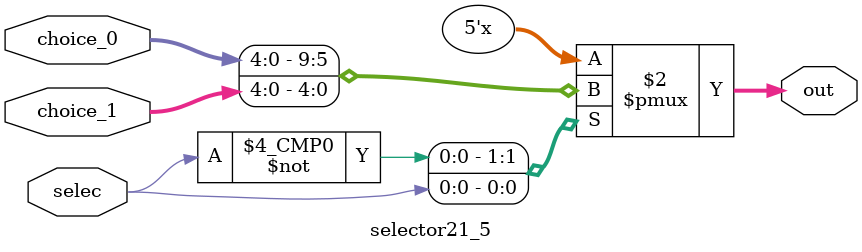
<source format=v>
`timescale 1ns / 1ps


module selector21_5(
    input [4:0] choice_0 , choice_1,
	input selec,
	output reg [4:0] out
    );
    
    always@(*)
        begin
            case(selec)
                1'b0: out = choice_0;
                1'b1: out = choice_1;
            endcase
        end
        
endmodule

</source>
